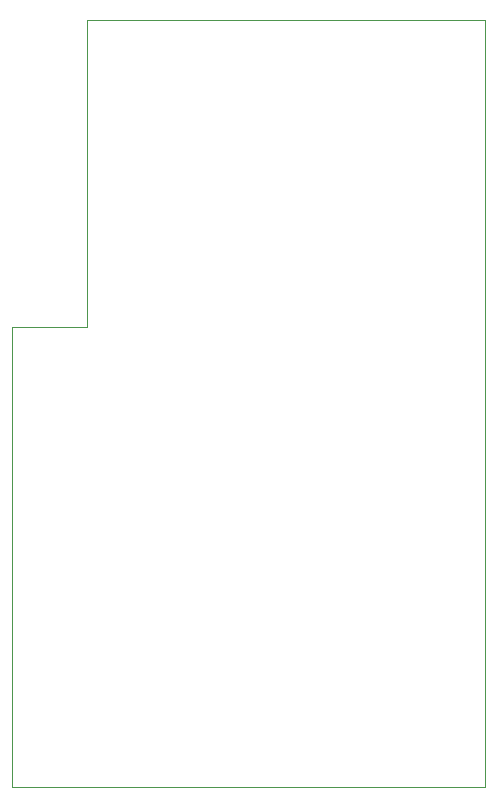
<source format=gbr>
%TF.GenerationSoftware,KiCad,Pcbnew,(6.0.2)*%
%TF.CreationDate,2022-03-14T11:31:15-04:00*%
%TF.ProjectId,aquabotsBMS,61717561-626f-4747-9342-4d532e6b6963,rev?*%
%TF.SameCoordinates,Original*%
%TF.FileFunction,Profile,NP*%
%FSLAX46Y46*%
G04 Gerber Fmt 4.6, Leading zero omitted, Abs format (unit mm)*
G04 Created by KiCad (PCBNEW (6.0.2)) date 2022-03-14 11:31:15*
%MOMM*%
%LPD*%
G01*
G04 APERTURE LIST*
%TA.AperFunction,Profile*%
%ADD10C,0.050000*%
%TD*%
G04 APERTURE END LIST*
D10*
X130000000Y-133000000D02*
X130000000Y-94000000D01*
X170000000Y-68000000D02*
X170000000Y-133000000D01*
X130000000Y-94000000D02*
X136300000Y-94000000D01*
X136300000Y-68000000D02*
X170000000Y-68000000D01*
X170000000Y-133000000D02*
X130000000Y-133000000D01*
X136300000Y-94000000D02*
X136300000Y-68000000D01*
M02*

</source>
